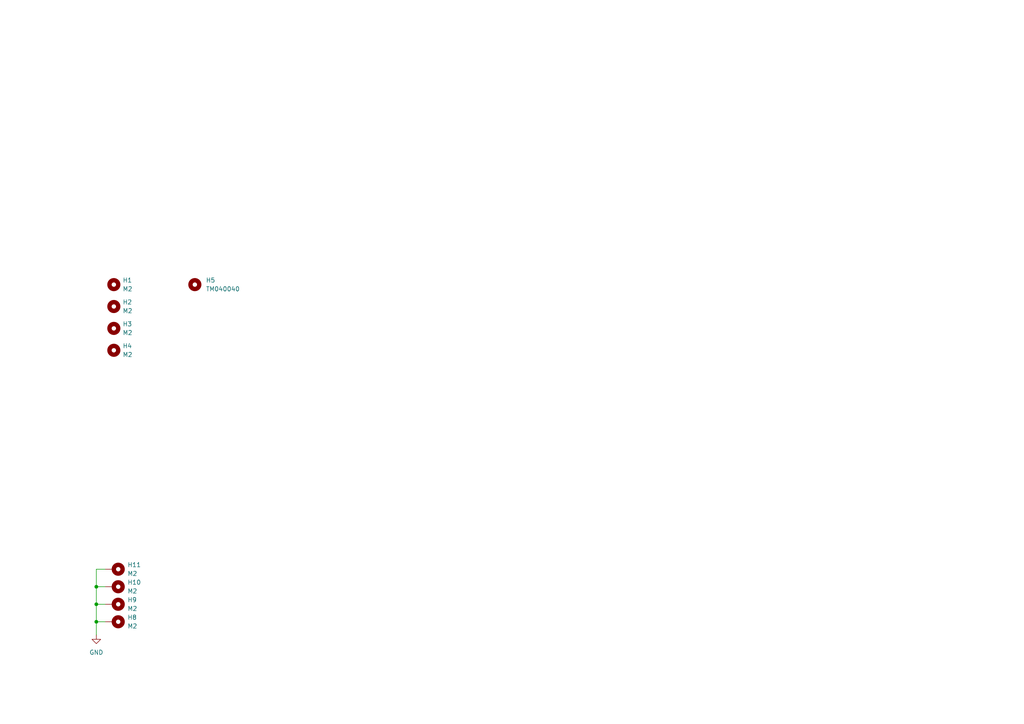
<source format=kicad_sch>
(kicad_sch (version 20250114) (generator "eeschema") (generator_version "9.0")
  (paper "A4")
  (lib_symbols
    (symbol "Mechanical:MountingHole" (pin_names (offset 1.016))
      (property "Reference" "H" (at 0 5.08 0))
      (property "Value" "MountingHole" (at 0 3.175 0))
      (symbol "MountingHole_0_1"
        (circle (center 0 0) (radius 1.27) (stroke (width 1.27)))
      )
    )
    (symbol "Mechanical:MountingHole_Pad" (pin_numbers (hide yes)) (pin_names (offset 1.016) (hide yes)) (in_bom no)
      (property "Reference" "H" (at 0 6.35 0))
      (property "Value" "MountingHole_Pad" (at 0 4.445 0))
      (symbol "MountingHole_Pad_0_1"
        (circle (center 0 1.27) (radius 1.27) (stroke (width 1.27)))
      )
      (symbol "MountingHole_Pad_1_1"
        (pin input line (at 0 -2.54 90) (length 2.54) (name "1") (number "1"))
      )
    )
    (symbol "power:GND" (power) (pin_numbers (hide yes)) (pin_names (offset 0) (hide yes))
      (property "Value" "GND" (at 0 -3.81 0))
      (symbol "GND_0_1"
        (polyline (pts (xy 0 0) (xy 0 -1.27) (xy 1.27 -1.27) (xy 0 -2.54) (xy -1.27 -1.27) (xy 0 -1.27)))
      )
      (symbol "GND_1_1"
        (pin power_in line (at 0 0 270) (length 0) (name "~") (number "1"))
      )
    )
  )
  (junction (at 27.94 170.18))
  (junction (at 27.94 180.34))
  (junction (at 27.94 175.26))
  (wire (pts (xy 27.94 175.26) (xy 30.48 175.26)))
  (wire (pts (xy 27.94 175.26) (xy 27.94 180.34)))
  (wire (pts (xy 27.94 180.34) (xy 27.94 184.15)))
  (wire (pts (xy 27.94 170.18) (xy 27.94 175.26)))
  (wire (pts (xy 27.94 170.18) (xy 30.48 170.18)))
  (wire (pts (xy 27.94 180.34) (xy 30.48 180.34)))
  (wire (pts (xy 27.94 165.1) (xy 30.48 165.1)))
  (wire (pts (xy 27.94 165.1) (xy 27.94 170.18)))
  (symbol (lib_id "Mechanical:MountingHole") (at 33.02 95.25 0) (unit 1)
    (property "Reference" "H3" (at 35.56 93.98 0) (effects (justify left)))
    (property "Value" "M2" (at 35.56 96.52 0) (effects (justify left)))
    (property "Footprint" "MountingHole:MountingHole_2.2mm_M2" (effects (hide yes)))
  )
  (symbol (lib_id "Mechanical:MountingHole_Pad") (at 33.02 165.1 270) (unit 1) (in_bom no)
    (property "Reference" "H11" (at 36.957 163.8299 90) (effects (justify left)))
    (property "Value" "M2" (at 36.957 166.3699 90) (effects (justify left)))
    (property "Footprint" "DreaM117er-keebLibrary:MountingHole_2.2mm_M2_Nut_THT" (effects (hide yes)))
    (property "Description" "Mounting Hole with connection" (effects (hide yes)))
  )
  (symbol (lib_id "Mechanical:MountingHole") (at 33.02 101.6 0) (unit 1)
    (property "Reference" "H4" (at 35.56 100.33 0) (effects (justify left)))
    (property "Value" "M2" (at 35.56 102.87 0) (effects (justify left)))
    (property "Footprint" "MountingHole:MountingHole_2.2mm_M2" (effects (hide yes)))
  )
  (symbol (lib_id "Mechanical:MountingHole") (at 33.02 82.55 0) (unit 1)
    (property "Reference" "H1" (at 35.56 81.28 0) (effects (justify left)))
    (property "Value" "M2" (at 35.56 83.82 0) (effects (justify left)))
    (property "Footprint" "MountingHole:MountingHole_2.2mm_M2" (effects (hide yes)))
  )
  (symbol (lib_id "Mechanical:MountingHole") (at 56.515 82.55 0) (unit 1)
    (property "Reference" "H5" (at 59.69 81.28 0) (effects (justify left)))
    (property "Value" "TM040040" (at 59.69 83.82 0) (effects (justify left)))
    (property "Footprint" "DreaM117er-keebLibrary:Trackpad_Cirque_TM040040" (effects (hide yes)))
  )
  (symbol (lib_id "Mechanical:MountingHole_Pad") (at 33.02 175.26 270) (unit 1) (in_bom no)
    (property "Reference" "H9" (at 36.957 173.9899 90) (effects (justify left)))
    (property "Value" "M2" (at 36.957 176.5299 90) (effects (justify left)))
    (property "Footprint" "DreaM117er-keebLibrary:MountingHole_2.2mm_M2_Nut_THT" (effects (hide yes)))
    (property "Description" "Mounting Hole with connection" (effects (hide yes)))
  )
  (symbol (lib_id "Mechanical:MountingHole") (at 33.02 88.9 0) (unit 1)
    (property "Reference" "H2" (at 35.56 87.63 0) (effects (justify left)))
    (property "Value" "M2" (at 35.56 90.17 0) (effects (justify left)))
    (property "Footprint" "MountingHole:MountingHole_2.2mm_M2" (effects (hide yes)))
  )
  (symbol (lib_id "Mechanical:MountingHole_Pad") (at 33.02 180.34 270) (unit 1) (in_bom no)
    (property "Reference" "H8" (at 36.957 179.0699 90) (effects (justify left)))
    (property "Value" "M2" (at 36.957 181.6099 90) (effects (justify left)))
    (property "Footprint" "DreaM117er-keebLibrary:MountingHole_2.2mm_M2_Nut_THT" (effects (hide yes)))
    (property "Description" "Mounting Hole with connection" (effects (hide yes)))
  )
  (symbol (lib_id "Mechanical:MountingHole_Pad") (at 33.02 170.18 270) (unit 1) (in_bom no)
    (property "Reference" "H10" (at 36.957 168.9099 90) (effects (justify left)))
    (property "Value" "M2" (at 36.957 171.4499 90) (effects (justify left)))
    (property "Footprint" "DreaM117er-keebLibrary:MountingHole_2.2mm_M2_Nut_THT" (effects (hide yes)))
    (property "Description" "Mounting Hole with connection" (effects (hide yes)))
  )
  (symbol (lib_id "power:GND") (at 27.94 184.15 0) (unit 1)
    (property "Reference" "#PWR01" (effects (hide yes)))
    (property "Value" "GND" (at 27.94 189.23 0))
    (property "Description" "Power symbol creates a global label with name \"GND\" , ground" (effects (hide yes)))
  )
)
</source>
